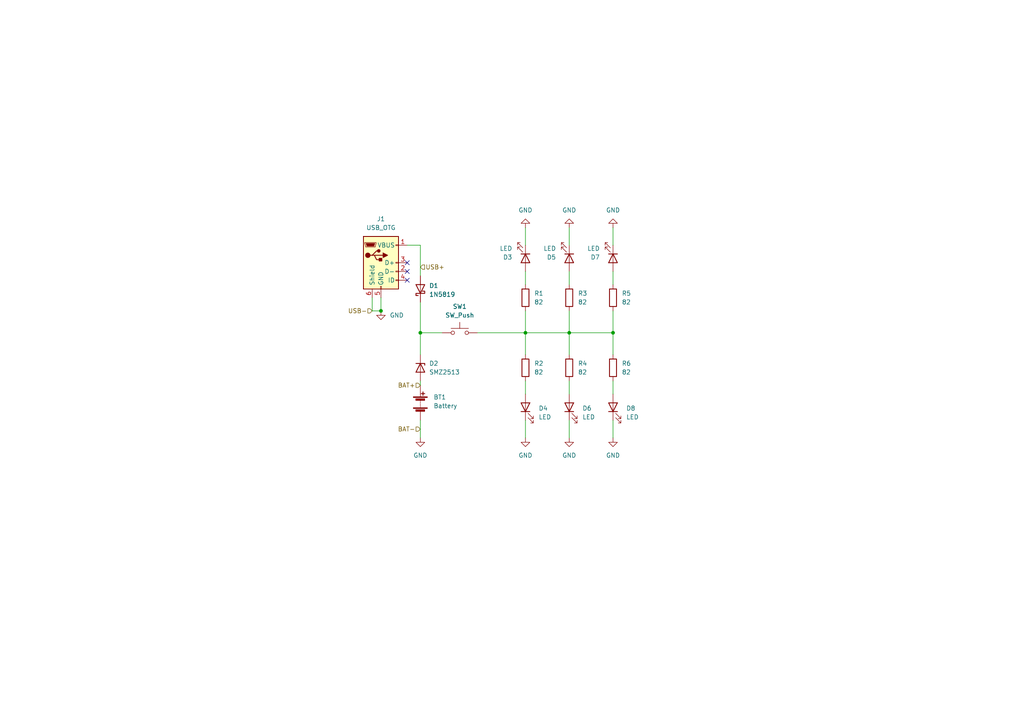
<source format=kicad_sch>
(kicad_sch (version 20211123) (generator eeschema)
  (paper "A4")
  (title_block (title "Master Sword Lamp Schematics") (date "2022-04-03") (rev "0.1.0"))
  (lib_symbols
    (symbol "Connector:USB_OTG" (pin_names (offset 1.016))
      (property "Reference" "J" (at -5.08 11.43 0))
      (property "Value" "USB_OTG" (at -5.08 8.89 0))
      (symbol "USB_OTG_0_1"
        (rectangle (start -5.08 -7.62) (end 5.08 7.62) (stroke (width 0.254)) (fill (type background)))
        (circle (center -3.81 2.159) (radius 0.635) (stroke (width 0.254)) (fill (type outline)))
        (circle (center -0.635 3.429) (radius 0.381) (stroke (width 0.254)) (fill (type outline)))
        (rectangle (start -0.127 -7.62) (end 0.127 -6.858))
        (polyline (pts (xy -1.905 2.159) (xy 0.635 2.159)) (stroke (width 0.254)))
        (polyline (pts (xy -3.175 2.159) (xy -2.54 2.159) (xy -1.27 3.429) (xy -0.635 3.429)) (stroke (width 0.254)))
        (polyline (pts (xy -2.54 2.159) (xy -1.905 2.159) (xy -1.27 0.889) (xy 0 0.889)) (stroke (width 0.254)))
        (polyline (pts (xy 0.635 2.794) (xy 0.635 1.524) (xy 1.905 2.159) (xy 0.635 2.794)) (stroke (width 0.254)) (fill (type outline)))
        (polyline (pts (xy -4.318 5.588) (xy -1.778 5.588) (xy -2.032 4.826) (xy -4.064 4.826) (xy -4.318 5.588)) (fill (type outline)))
        (polyline (pts (xy -4.699 5.842) (xy -4.699 5.588) (xy -4.445 4.826) (xy -4.445 4.572) (xy -1.651 4.572) (xy -1.651 4.826) (xy -1.397 5.588) (xy -1.397 5.842) (xy -4.699 5.842)))
        (rectangle (start 0.254 1.27) (end -0.508 0.508) (stroke (width 0.254)) (fill (type outline)))
        (rectangle (start 5.08 -5.207) (end 4.318 -4.953))
        (rectangle (start 5.08 -2.667) (end 4.318 -2.413))
        (rectangle (start 5.08 -0.127) (end 4.318 0.127))
        (rectangle (start 5.08 4.953) (end 4.318 5.207))
      )
      (symbol "USB_OTG_1_1"
        (pin passive line (at 7.62 5.08 180) (length 2.54) (name "VBUS") (number "1"))
        (pin bidirectional line (at 7.62 -2.54 180) (length 2.54) (name "D-") (number "2"))
        (pin bidirectional line (at 7.62 0 180) (length 2.54) (name "D+") (number "3"))
        (pin passive line (at 7.62 -5.08 180) (length 2.54) (name "ID") (number "4"))
        (pin passive line (at 0 -10.16 90) (length 2.54) (name "GND") (number "5"))
        (pin passive line (at -2.54 -10.16 90) (length 2.54) (name "Shield") (number "6"))
      )
    )
    (symbol "Device:Battery" (pin_numbers hide) (pin_names (offset 0) hide)
      (property "Reference" "BT" (at 2.54 2.54 0))
      (property "Value" "Battery" (at 2.54 0 0))
      (symbol "Battery_0_1"
        (rectangle (start -2.032 -1.397) (end 2.032 -1.651) (fill (type outline)))
        (rectangle (start -2.032 1.778) (end 2.032 1.524) (fill (type outline)))
        (rectangle (start -1.3208 -1.9812) (end 1.27 -2.4892) (fill (type outline)))
        (rectangle (start -1.3208 1.1938) (end 1.27 0.6858) (fill (type outline)))
        (polyline (pts (xy 0 -1.524) (xy 0 -1.27)))
        (polyline (pts (xy 0 -1.016) (xy 0 -0.762)))
        (polyline (pts (xy 0 -0.508) (xy 0 -0.254)))
        (polyline (pts (xy 0 0) (xy 0 0.254)))
        (polyline (pts (xy 0 0.508) (xy 0 0.762)))
        (polyline (pts (xy 0 1.778) (xy 0 2.54)))
        (polyline (pts (xy 0.254 2.667) (xy 1.27 2.667)) (stroke (width 0.254)))
        (polyline (pts (xy 0.762 3.175) (xy 0.762 2.159)) (stroke (width 0.254)))
      )
      (symbol "Battery_1_1"
        (pin passive line (at 0 5.08 270) (length 2.54) (name "+") (number "1"))
        (pin passive line (at 0 -5.08 90) (length 2.54) (name "-") (number "2"))
      )
    )
    (symbol "Device:LED" (pin_numbers hide) (pin_names (offset 1.016) hide)
      (property "Reference" "D" (at 0 2.54 0))
      (property "Value" "LED" (at 0 -2.54 0))
      (symbol "LED_0_1"
        (polyline (pts (xy -1.27 -1.27) (xy -1.27 1.27)) (stroke (width 0.254)))
        (polyline (pts (xy -1.27 0) (xy 1.27 0)))
        (polyline (pts (xy 1.27 -1.27) (xy 1.27 1.27) (xy -1.27 0) (xy 1.27 -1.27)) (stroke (width 0.254)))
        (polyline (pts (xy -3.048 -0.762) (xy -4.572 -2.286) (xy -3.81 -2.286) (xy -4.572 -2.286) (xy -4.572 -1.524)))
        (polyline (pts (xy -1.778 -0.762) (xy -3.302 -2.286) (xy -2.54 -2.286) (xy -3.302 -2.286) (xy -3.302 -1.524)))
      )
      (symbol "LED_1_1"
        (pin passive line (at -3.81 0 0) (length 2.54) (name "K") (number "1"))
        (pin passive line (at 3.81 0 180) (length 2.54) (name "A") (number "2"))
      )
    )
    (symbol "Device:R" (pin_numbers hide) (pin_names (offset 0))
      (property "Reference" "R" (at 2.032 0 90))
      (property "Value" "R" (at 0 0 90))
      (symbol "R_0_1"
        (rectangle (start -1.016 -2.54) (end 1.016 2.54) (stroke (width 0.254)))
      )
      (symbol "R_1_1"
        (pin passive line (at 0 3.81 270) (length 1.27) (name "~") (number "1"))
        (pin passive line (at 0 -3.81 90) (length 1.27) (name "~") (number "2"))
      )
    )
    (symbol "Diode:1N5819" (pin_numbers hide) (pin_names (offset 1.016) hide)
      (property "Reference" "D" (at 0 2.54 0))
      (property "Value" "1N5819" (at 0 -2.54 0))
      (symbol "1N5819_0_1"
        (polyline (pts (xy 1.27 0) (xy -1.27 0)))
        (polyline (pts (xy 1.27 1.27) (xy 1.27 -1.27) (xy -1.27 0) (xy 1.27 1.27)) (stroke (width 0.254)))
        (polyline (pts (xy -1.905 0.635) (xy -1.905 1.27) (xy -1.27 1.27) (xy -1.27 -1.27) (xy -0.635 -1.27) (xy -0.635 -0.635)) (stroke (width 0.254)))
      )
      (symbol "1N5819_1_1"
        (pin passive line (at -3.81 0 0) (length 2.54) (name "K") (number "1"))
        (pin passive line (at 3.81 0 180) (length 2.54) (name "A") (number "2"))
      )
    )
    (symbol "Diode:SMZxxx" (pin_numbers hide) (pin_names (offset 1.016) hide)
      (property "Reference" "D" (at 0 2.54 0))
      (property "Value" "SMZxxx" (at 0 -2.54 0))
      (symbol "SMZxxx_0_1"
        (polyline (pts (xy 1.27 0) (xy -1.27 0)))
        (polyline (pts (xy -1.27 -1.27) (xy -1.27 1.27) (xy -0.762 1.27)) (stroke (width 0.254)))
        (polyline (pts (xy 1.27 -1.27) (xy 1.27 1.27) (xy -1.27 0) (xy 1.27 -1.27)) (stroke (width 0.254)))
      )
      (symbol "SMZxxx_1_1"
        (pin passive line (at -3.81 0 0) (length 2.54) (name "K") (number "1"))
        (pin passive line (at 3.81 0 180) (length 2.54) (name "A") (number "2"))
      )
    )
    (symbol "Switch:SW_Push" (pin_numbers hide) (pin_names (offset 1.016) hide)
      (property "Reference" "SW" (at 1.27 2.54 0))
      (property "Value" "SW_Push" (at 0 -1.524 0))
      (symbol "SW_Push_0_1"
        (circle (center -2.032 0) (radius 0.508))
        (polyline (pts (xy 0 1.27) (xy 0 3.048)))
        (polyline (pts (xy 2.54 1.27) (xy -2.54 1.27)))
        (circle (center 2.032 0) (radius 0.508))
        (pin passive line (at -5.08 0 0) (length 2.54) (name "1") (number "1"))
        (pin passive line (at 5.08 0 180) (length 2.54) (name "2") (number "2"))
      )
    )
    (symbol "power:GND" (power) (pin_names (offset 0))
      (property "Value" "GND" (at 0 -3.81 0))
      (symbol "GND_0_1"
        (polyline (pts (xy 0 0) (xy 0 -1.27) (xy 1.27 -1.27) (xy 0 -2.54) (xy -1.27 -1.27) (xy 0 -1.27)))
      )
      (symbol "GND_1_1"
        (pin power_in line (at 0 0 270) (length 0) hide (name "GND") (number "1"))
      )
    )
  )
  (junction (at 121.92 96.52))
  (junction (at 165.1 96.52))
  (junction (at 152.4 96.52))
  (junction (at 177.8 96.52))
  (junction (at 110.49 90.17))
  (no_connect (at 118.11 78.74))
  (no_connect (at 118.11 76.2))
  (no_connect (at 118.11 81.28))
  (wire (pts (xy 110.49 86.36) (xy 110.49 90.17)))
  (wire (pts (xy 165.1 96.52) (xy 177.8 96.52)))
  (wire (pts (xy 121.92 96.52) (xy 128.27 96.52)))
  (wire (pts (xy 165.1 82.55) (xy 165.1 78.74)))
  (wire (pts (xy 118.11 71.12) (xy 121.92 71.12)))
  (wire (pts (xy 152.4 121.92) (xy 152.4 127)))
  (wire (pts (xy 165.1 90.17) (xy 165.1 96.52)))
  (wire (pts (xy 152.4 96.52) (xy 152.4 90.17)))
  (wire (pts (xy 152.4 110.49) (xy 152.4 114.3)))
  (wire (pts (xy 121.92 121.92) (xy 121.92 127)))
  (wire (pts (xy 107.95 90.17) (xy 110.49 90.17)))
  (wire (pts (xy 177.8 110.49) (xy 177.8 114.3)))
  (wire (pts (xy 152.4 96.52) (xy 152.4 102.87)))
  (wire (pts (xy 138.43 96.52) (xy 152.4 96.52)))
  (wire (pts (xy 165.1 71.12) (xy 165.1 66.04)))
  (wire (pts (xy 177.8 96.52) (xy 177.8 102.87)))
  (wire (pts (xy 165.1 110.49) (xy 165.1 114.3)))
  (wire (pts (xy 152.4 82.55) (xy 152.4 78.74)))
  (wire (pts (xy 177.8 71.12) (xy 177.8 66.04)))
  (wire (pts (xy 121.92 111.76) (xy 121.92 110.49)))
  (wire (pts (xy 121.92 71.12) (xy 121.92 80.01)))
  (wire (pts (xy 152.4 71.12) (xy 152.4 66.04)))
  (wire (pts (xy 121.92 96.52) (xy 121.92 102.87)))
  (wire (pts (xy 121.92 87.63) (xy 121.92 96.52)))
  (wire (pts (xy 177.8 90.17) (xy 177.8 96.52)))
  (wire (pts (xy 165.1 96.52) (xy 165.1 102.87)))
  (wire (pts (xy 177.8 82.55) (xy 177.8 78.74)))
  (wire (pts (xy 165.1 121.92) (xy 165.1 127)))
  (wire (pts (xy 107.95 86.36) (xy 107.95 90.17)))
  (wire (pts (xy 177.8 121.92) (xy 177.8 127)))
  (wire (pts (xy 152.4 96.52) (xy 165.1 96.52)))
  (hierarchical_label "BAT+" (shape input) (at 121.92 111.76 180))
  (hierarchical_label "USB+" (shape input) (at 121.92 77.47 0))
  (hierarchical_label "USB-" (shape input) (at 107.95 90.17 180))
  (hierarchical_label "BAT-" (shape input) (at 121.92 124.46 180))
  (symbol (lib_id "Diode:1N5819") (at 121.92 83.82 90) (unit 1)
    (property "Reference" "D1" (at 124.46 82.8674 90) (effects (justify right)))
    (property "Value" "1N5819" (at 124.46 85.4074 90) (effects (justify right)))
    (property "Footprint" "Diode_THT:D_DO-41_SOD81_P10.16mm_Horizontal" (effects hide))
    (property "Datasheet" "http://www.vishay.com/docs/88525/1n5817.pdf" (effects hide))
  )
  (symbol (lib_id "Device:LED") (at 152.4 118.11 90) (unit 1)
    (property "Reference" "D4" (at 156.21 118.4274 90) (effects (justify right)))
    (property "Value" "LED" (at 156.21 120.9674 90) (effects (justify right)))
  )
  (symbol (lib_id "power:GND") (at 110.49 90.17 0) (unit 1)
    (property "Reference" "#PWR0104" (effects hide))
    (property "Value" "GND" (at 113.03 91.4399 0) (effects (justify left)))
  )
  (symbol (lib_id "Connector:USB_OTG") (at 110.49 76.2 0) (unit 1)
    (property "Reference" "J1" (at 110.49 63.5 0))
    (property "Value" "USB_OTG" (at 110.49 66.04 0))
    (property "Datasheet" " ~" (effects hide))
  )
  (symbol (lib_id "Device:Battery") (at 121.92 116.84 0) (unit 1)
    (property "Reference" "BT1" (at 125.73 115.1889 0) (effects (justify left)))
    (property "Value" "Battery" (at 125.73 117.7289 0) (effects (justify left)))
  )
  (symbol (lib_id "power:GND") (at 121.92 127 0) (unit 1)
    (property "Reference" "#PWR0103" (effects hide))
    (property "Value" "GND" (at 121.92 132.08 0))
  )
  (symbol (lib_id "Diode:SMZxxx") (at 121.92 106.68 270) (unit 1)
    (property "Reference" "D2" (at 124.46 105.4099 90) (effects (justify left)))
    (property "Value" "SMZ2513" (at 124.46 107.9499 90) (effects (justify left)))
    (property "Footprint" "Diode_SMD:D_MELF" (effects hide))
    (property "Datasheet" "https://diotec.com/tl_files/diotec/files/pdf/datasheets/smz1.pdf" (effects hide))
  )
  (symbol (lib_id "power:GND") (at 177.8 66.04 180) (unit 1)
    (property "Reference" "#PWR0105" (effects hide))
    (property "Value" "GND" (at 177.8 60.96 0))
  )
  (symbol (lib_id "Device:R") (at 152.4 86.36 180) (unit 1)
    (property "Reference" "R1" (at 154.94 85.0899 0) (effects (justify right)))
    (property "Value" "82" (at 154.94 87.6299 0) (effects (justify right)))
  )
  (symbol (lib_id "Device:LED") (at 165.1 118.11 90) (unit 1)
    (property "Reference" "D6" (at 168.91 118.4274 90) (effects (justify right)))
    (property "Value" "LED" (at 168.91 120.9674 90) (effects (justify right)))
  )
  (symbol (lib_id "power:GND") (at 165.1 127 0) (unit 1)
    (property "Reference" "#PWR0106" (effects hide))
    (property "Value" "GND" (at 165.1 132.08 0))
  )
  (symbol (lib_id "power:GND") (at 152.4 66.04 180) (unit 1)
    (property "Reference" "#PWR0101" (effects hide))
    (property "Value" "GND" (at 152.4 60.96 0))
  )
  (symbol (lib_id "power:GND") (at 165.1 66.04 180) (unit 1)
    (property "Reference" "#PWR0102" (effects hide))
    (property "Value" "GND" (at 165.1 60.96 0))
  )
  (symbol (lib_id "power:GND") (at 177.8 127 0) (unit 1)
    (property "Reference" "#PWR0108" (effects hide))
    (property "Value" "GND" (at 177.8 132.08 0))
  )
  (symbol (lib_id "Device:LED") (at 152.4 74.93 270) (unit 1)
    (property "Reference" "D3" (at 148.59 74.6126 90) (effects (justify right)))
    (property "Value" "LED" (at 148.59 72.0726 90) (effects (justify right)))
  )
  (symbol (lib_id "Device:R") (at 165.1 86.36 180) (unit 1)
    (property "Reference" "R3" (at 167.64 85.0899 0) (effects (justify right)))
    (property "Value" "82" (at 167.64 87.6299 0) (effects (justify right)))
  )
  (symbol (lib_id "Switch:SW_Push") (at 133.35 96.52 0) (unit 1)
    (property "Reference" "SW1" (at 133.35 88.9 0))
    (property "Value" "SW_Push" (at 133.35 91.44 0))
  )
  (symbol (lib_id "Device:LED") (at 177.8 74.93 270) (unit 1)
    (property "Reference" "D7" (at 173.99 74.6126 90) (effects (justify right)))
    (property "Value" "LED" (at 173.99 72.0726 90) (effects (justify right)))
  )
  (symbol (lib_id "Device:LED") (at 165.1 74.93 270) (unit 1)
    (property "Reference" "D5" (at 161.29 74.6126 90) (effects (justify right)))
    (property "Value" "LED" (at 161.29 72.0726 90) (effects (justify right)))
  )
  (symbol (lib_id "power:GND") (at 152.4 127 0) (unit 1)
    (property "Reference" "#PWR0107" (effects hide))
    (property "Value" "GND" (at 152.4 132.08 0))
  )
  (symbol (lib_id "Device:R") (at 165.1 106.68 0) (unit 1)
    (property "Reference" "R4" (at 167.64 105.4099 0) (effects (justify left)))
    (property "Value" "82" (at 167.64 107.9499 0) (effects (justify left)))
  )
  (symbol (lib_id "Device:R") (at 177.8 106.68 0) (unit 1)
    (property "Reference" "R6" (at 180.34 105.4099 0) (effects (justify left)))
    (property "Value" "82" (at 180.34 107.9499 0) (effects (justify left)))
  )
  (symbol (lib_id "Device:R") (at 152.4 106.68 0) (unit 1)
    (property "Reference" "R2" (at 154.94 105.4099 0) (effects (justify left)))
    (property "Value" "82" (at 154.94 107.9499 0) (effects (justify left)))
  )
  (symbol (lib_id "Device:LED") (at 177.8 118.11 90) (unit 1)
    (property "Reference" "D8" (at 181.61 118.4274 90) (effects (justify right)))
    (property "Value" "LED" (at 181.61 120.9674 90) (effects (justify right)))
  )
  (symbol (lib_id "Device:R") (at 177.8 86.36 180) (unit 1)
    (property "Reference" "R5" (at 180.34 85.0899 0) (effects (justify right)))
    (property "Value" "82" (at 180.34 87.6299 0) (effects (justify right)))
  )
)
</source>
